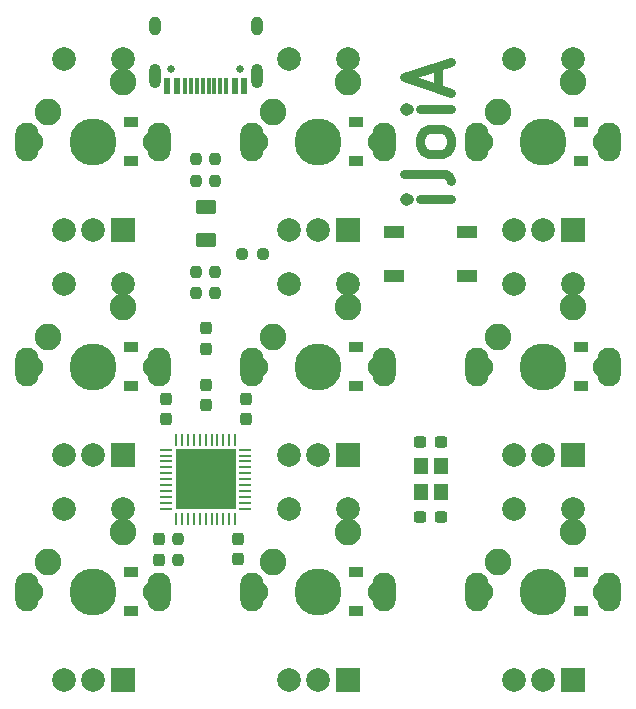
<source format=gbs>
%TF.GenerationSoftware,KiCad,Pcbnew,(6.0.1)*%
%TF.CreationDate,2022-03-07T23:29:37-05:00*%
%TF.ProjectId,Aioli,41696f6c-692e-46b6-9963-61645f706362,rev?*%
%TF.SameCoordinates,Original*%
%TF.FileFunction,Soldermask,Bot*%
%TF.FilePolarity,Negative*%
%FSLAX46Y46*%
G04 Gerber Fmt 4.6, Leading zero omitted, Abs format (unit mm)*
G04 Created by KiCad (PCBNEW (6.0.1)) date 2022-03-07 23:29:37*
%MOMM*%
%LPD*%
G01*
G04 APERTURE LIST*
G04 Aperture macros list*
%AMRoundRect*
0 Rectangle with rounded corners*
0 $1 Rounding radius*
0 $2 $3 $4 $5 $6 $7 $8 $9 X,Y pos of 4 corners*
0 Add a 4 corners polygon primitive as box body*
4,1,4,$2,$3,$4,$5,$6,$7,$8,$9,$2,$3,0*
0 Add four circle primitives for the rounded corners*
1,1,$1+$1,$2,$3*
1,1,$1+$1,$4,$5*
1,1,$1+$1,$6,$7*
1,1,$1+$1,$8,$9*
0 Add four rect primitives between the rounded corners*
20,1,$1+$1,$2,$3,$4,$5,0*
20,1,$1+$1,$4,$5,$6,$7,0*
20,1,$1+$1,$6,$7,$8,$9,0*
20,1,$1+$1,$8,$9,$2,$3,0*%
G04 Aperture macros list end*
%ADD10C,0.750000*%
%ADD11R,5.200000X5.200000*%
%ADD12RoundRect,0.062500X-0.475000X0.062500X-0.475000X-0.062500X0.475000X-0.062500X0.475000X0.062500X0*%
%ADD13RoundRect,0.062500X-0.062500X0.475000X-0.062500X-0.475000X0.062500X-0.475000X0.062500X0.475000X0*%
%ADD14R,1.800000X1.100000*%
%ADD15C,2.000000*%
%ADD16RoundRect,1.000000X0.000000X-0.650000X0.000000X0.650000X0.000000X0.650000X0.000000X-0.650000X0*%
%ADD17R,2.000000X2.000000*%
%ADD18RoundRect,0.237500X0.237500X-0.250000X0.237500X0.250000X-0.237500X0.250000X-0.237500X-0.250000X0*%
%ADD19RoundRect,0.237500X-0.250000X-0.237500X0.250000X-0.237500X0.250000X0.237500X-0.250000X0.237500X0*%
%ADD20RoundRect,0.237500X0.237500X-0.300000X0.237500X0.300000X-0.237500X0.300000X-0.237500X-0.300000X0*%
%ADD21RoundRect,0.237500X-0.237500X0.300000X-0.237500X-0.300000X0.237500X-0.300000X0.237500X0.300000X0*%
%ADD22RoundRect,0.237500X-0.300000X-0.237500X0.300000X-0.237500X0.300000X0.237500X-0.300000X0.237500X0*%
%ADD23C,2.250000*%
%ADD24C,3.987800*%
%ADD25C,1.750000*%
%ADD26R,1.200000X1.400000*%
%ADD27R,0.600000X1.450000*%
%ADD28R,0.300000X1.450000*%
%ADD29O,1.000000X2.100000*%
%ADD30C,0.650000*%
%ADD31O,1.000000X1.600000*%
%ADD32RoundRect,0.250000X0.625000X-0.375000X0.625000X0.375000X-0.625000X0.375000X-0.625000X-0.375000X0*%
%ADD33R,1.200000X0.900000*%
G04 APERTURE END LIST*
D10*
X95866666Y-50760714D02*
X95866666Y-52665476D01*
X97009523Y-50379761D02*
X93009523Y-51713095D01*
X97009523Y-53046428D01*
X97009523Y-54379761D02*
X94342857Y-54379761D01*
X93009523Y-54379761D02*
X93200000Y-54189285D01*
X93390476Y-54379761D01*
X93200000Y-54570238D01*
X93009523Y-54379761D01*
X93390476Y-54379761D01*
X97009523Y-56855952D02*
X96819047Y-56475000D01*
X96628571Y-56284523D01*
X96247619Y-56094047D01*
X95104761Y-56094047D01*
X94723809Y-56284523D01*
X94533333Y-56475000D01*
X94342857Y-56855952D01*
X94342857Y-57427380D01*
X94533333Y-57808333D01*
X94723809Y-57998809D01*
X95104761Y-58189285D01*
X96247619Y-58189285D01*
X96628571Y-57998809D01*
X96819047Y-57808333D01*
X97009523Y-57427380D01*
X97009523Y-56855952D01*
X97009523Y-60475000D02*
X96819047Y-60094047D01*
X96438095Y-59903571D01*
X93009523Y-59903571D01*
X97009523Y-61998809D02*
X94342857Y-61998809D01*
X93009523Y-61998809D02*
X93200000Y-61808333D01*
X93390476Y-61998809D01*
X93200000Y-62189285D01*
X93009523Y-61998809D01*
X93390476Y-61998809D01*
D11*
%TO.C,U1*%
X76200000Y-85725000D03*
D12*
X72862500Y-83225000D03*
X72862500Y-83725000D03*
X72862500Y-84225000D03*
X72862500Y-84725000D03*
X72862500Y-85225000D03*
X72862500Y-85725000D03*
X72862500Y-86225000D03*
X72862500Y-86725000D03*
X72862500Y-87225000D03*
X72862500Y-87725000D03*
X72862500Y-88225000D03*
D13*
X73700000Y-89062500D03*
X74200000Y-89062500D03*
X74700000Y-89062500D03*
X75200000Y-89062500D03*
X75700000Y-89062500D03*
X76200000Y-89062500D03*
X76700000Y-89062500D03*
X77200000Y-89062500D03*
X77700000Y-89062500D03*
X78200000Y-89062500D03*
X78700000Y-89062500D03*
D12*
X79537500Y-88225000D03*
X79537500Y-87725000D03*
X79537500Y-87225000D03*
X79537500Y-86725000D03*
X79537500Y-86225000D03*
X79537500Y-85725000D03*
X79537500Y-85225000D03*
X79537500Y-84725000D03*
X79537500Y-84225000D03*
X79537500Y-83725000D03*
X79537500Y-83225000D03*
D13*
X78700000Y-82387500D03*
X78200000Y-82387500D03*
X77700000Y-82387500D03*
X77200000Y-82387500D03*
X76700000Y-82387500D03*
X76200000Y-82387500D03*
X75700000Y-82387500D03*
X75200000Y-82387500D03*
X74700000Y-82387500D03*
X74200000Y-82387500D03*
X73700000Y-82387500D03*
%TD*%
D14*
%TO.C,SW10*%
X92150000Y-64825000D03*
X98350000Y-68525000D03*
X92150000Y-68525000D03*
X98350000Y-64825000D03*
%TD*%
D15*
%TO.C,SW9*%
X102275000Y-88250000D03*
X107275000Y-88250000D03*
D16*
X99175000Y-95250000D03*
X110375000Y-95250000D03*
D15*
X102275000Y-102750000D03*
X104775000Y-102750000D03*
D17*
X107275000Y-102750000D03*
%TD*%
D15*
%TO.C,SW8*%
X83225000Y-88250000D03*
X88225000Y-88250000D03*
D16*
X80125000Y-95250000D03*
X91325000Y-95250000D03*
D15*
X83225000Y-102750000D03*
X85725000Y-102750000D03*
D17*
X88225000Y-102750000D03*
%TD*%
D15*
%TO.C,SW7*%
X64175000Y-88250000D03*
X69175000Y-88250000D03*
D16*
X61075000Y-95250000D03*
X72275000Y-95250000D03*
D15*
X64175000Y-102750000D03*
X66675000Y-102750000D03*
D17*
X69175000Y-102750000D03*
%TD*%
D15*
%TO.C,SW6*%
X102275000Y-69200000D03*
X107275000Y-69200000D03*
D16*
X99175000Y-76200000D03*
X110375000Y-76200000D03*
D15*
X102275000Y-83700000D03*
X104775000Y-83700000D03*
D17*
X107275000Y-83700000D03*
%TD*%
D15*
%TO.C,SW5*%
X83225000Y-69200000D03*
X88225000Y-69200000D03*
D16*
X80125000Y-76200000D03*
X91325000Y-76200000D03*
D15*
X83225000Y-83700000D03*
X85725000Y-83700000D03*
D17*
X88225000Y-83700000D03*
%TD*%
D15*
%TO.C,SW4*%
X64175000Y-69200000D03*
X69175000Y-69200000D03*
D16*
X61075000Y-76200000D03*
X72275000Y-76200000D03*
D15*
X64175000Y-83700000D03*
X66675000Y-83700000D03*
D17*
X69175000Y-83700000D03*
%TD*%
D15*
%TO.C,SW3*%
X102275000Y-50150000D03*
X107275000Y-50150000D03*
D16*
X99175000Y-57150000D03*
X110375000Y-57150000D03*
D15*
X102275000Y-64650000D03*
X104775000Y-64650000D03*
D17*
X107275000Y-64650000D03*
%TD*%
D15*
%TO.C,SW2*%
X83225000Y-50150000D03*
X88225000Y-50150000D03*
D16*
X80125000Y-57150000D03*
X91325000Y-57150000D03*
D15*
X83225000Y-64650000D03*
X85725000Y-64650000D03*
D17*
X88225000Y-64650000D03*
%TD*%
D15*
%TO.C,SW1*%
X64175000Y-50150000D03*
X69175000Y-50150000D03*
D16*
X61075000Y-57150000D03*
X72275000Y-57150000D03*
D15*
X64175000Y-64650000D03*
X66675000Y-64650000D03*
D17*
X69175000Y-64650000D03*
%TD*%
D18*
%TO.C,R6*%
X73878918Y-90747426D03*
X73878918Y-92572426D03*
%TD*%
%TO.C,R5*%
X75406250Y-58618750D03*
X75406250Y-60443750D03*
%TD*%
%TO.C,R4*%
X76993750Y-58618750D03*
X76993750Y-60443750D03*
%TD*%
D19*
%TO.C,R3*%
X81081250Y-66675000D03*
X79256250Y-66675000D03*
%TD*%
D18*
%TO.C,R2*%
X76993750Y-68143750D03*
X76993750Y-69968750D03*
%TD*%
%TO.C,R1*%
X75406250Y-68143750D03*
X75406250Y-69968750D03*
%TD*%
D20*
%TO.C,C8*%
X76200000Y-72956250D03*
X76200000Y-74681250D03*
%TD*%
D21*
%TO.C,C7*%
X78975600Y-92512445D03*
X78975600Y-90787445D03*
%TD*%
D20*
%TO.C,C6*%
X79581110Y-78908866D03*
X79581110Y-80633866D03*
%TD*%
D21*
%TO.C,C5*%
X72263095Y-92527784D03*
X72263095Y-90802784D03*
%TD*%
D20*
%TO.C,C4*%
X72814952Y-78896829D03*
X72814952Y-80621829D03*
%TD*%
%TO.C,C3*%
X76250000Y-77718750D03*
X76250000Y-79443750D03*
%TD*%
D22*
%TO.C,C2*%
X96112500Y-82550000D03*
X94387500Y-82550000D03*
%TD*%
%TO.C,C1*%
X96112500Y-88900000D03*
X94387500Y-88900000D03*
%TD*%
D23*
%TO.C,MX7*%
X69215000Y-90170000D03*
D24*
X66675000Y-95250000D03*
D23*
X62865000Y-92710000D03*
D25*
X61595000Y-95250000D03*
X71755000Y-95250000D03*
%TD*%
D23*
%TO.C,MX3*%
X107315000Y-52070000D03*
D24*
X104775000Y-57150000D03*
D23*
X100965000Y-54610000D03*
D25*
X99695000Y-57150000D03*
X109855000Y-57150000D03*
%TD*%
D23*
%TO.C,MX6*%
X107315000Y-71120000D03*
D24*
X104775000Y-76200000D03*
D23*
X100965000Y-73660000D03*
D25*
X99695000Y-76200000D03*
X109855000Y-76200000D03*
%TD*%
D23*
%TO.C,MX1*%
X69215000Y-52070000D03*
D24*
X66675000Y-57150000D03*
D23*
X62865000Y-54610000D03*
D25*
X61595000Y-57150000D03*
X71755000Y-57150000D03*
%TD*%
D23*
%TO.C,MX4*%
X69215000Y-71120000D03*
D24*
X66675000Y-76200000D03*
D23*
X62865000Y-73660000D03*
D25*
X61595000Y-76200000D03*
X71755000Y-76200000D03*
%TD*%
D26*
%TO.C,Y1*%
X96100000Y-86825000D03*
X96100000Y-84625000D03*
X94400000Y-84625000D03*
X94400000Y-86825000D03*
%TD*%
D23*
%TO.C,MX9*%
X107315000Y-90170000D03*
D24*
X104775000Y-95250000D03*
D23*
X100965000Y-92710000D03*
D25*
X99695000Y-95250000D03*
X109855000Y-95250000D03*
%TD*%
D23*
%TO.C,MX8*%
X88265000Y-90170000D03*
D24*
X85725000Y-95250000D03*
D23*
X81915000Y-92710000D03*
D25*
X80645000Y-95250000D03*
X90805000Y-95250000D03*
%TD*%
D23*
%TO.C,MX5*%
X88265000Y-71120000D03*
D24*
X85725000Y-76200000D03*
D23*
X81915000Y-73660000D03*
D25*
X80645000Y-76200000D03*
X90805000Y-76200000D03*
%TD*%
D23*
%TO.C,MX2*%
X88265000Y-52070000D03*
D24*
X85725000Y-57150000D03*
D23*
X81915000Y-54610000D03*
D25*
X80645000Y-57150000D03*
X90805000Y-57150000D03*
%TD*%
D27*
%TO.C,J1*%
X79450000Y-52463750D03*
X78650000Y-52463750D03*
X73750000Y-52463750D03*
X72950000Y-52463750D03*
X72950000Y-52463750D03*
X73750000Y-52463750D03*
X78650000Y-52463750D03*
X79450000Y-52463750D03*
D28*
X74450000Y-52463750D03*
X74950000Y-52463750D03*
X75450000Y-52463750D03*
X76450000Y-52463750D03*
X76950000Y-52463750D03*
X77450000Y-52463750D03*
X77950000Y-52463750D03*
X75950000Y-52463750D03*
D29*
X80520000Y-51548750D03*
X71880000Y-51548750D03*
D30*
X73310000Y-51018750D03*
D31*
X71880000Y-47368750D03*
D30*
X79090000Y-51018750D03*
D31*
X80520000Y-47368750D03*
%TD*%
D32*
%TO.C,F1*%
X76200000Y-62706250D03*
X76200000Y-65506250D03*
%TD*%
D33*
%TO.C,D9*%
X107950000Y-93600000D03*
X107950000Y-96900000D03*
%TD*%
%TO.C,D8*%
X88900000Y-93600000D03*
X88900000Y-96900000D03*
%TD*%
%TO.C,D7*%
X69850000Y-93600000D03*
X69850000Y-96900000D03*
%TD*%
%TO.C,D6*%
X107950000Y-74550000D03*
X107950000Y-77850000D03*
%TD*%
%TO.C,D5*%
X88900000Y-74550000D03*
X88900000Y-77850000D03*
%TD*%
%TO.C,D4*%
X69850000Y-74550000D03*
X69850000Y-77850000D03*
%TD*%
%TO.C,D3*%
X107950000Y-55500000D03*
X107950000Y-58800000D03*
%TD*%
%TO.C,D2*%
X88900000Y-55500000D03*
X88900000Y-58800000D03*
%TD*%
%TO.C,D1*%
X69850000Y-55500000D03*
X69850000Y-58800000D03*
%TD*%
M02*

</source>
